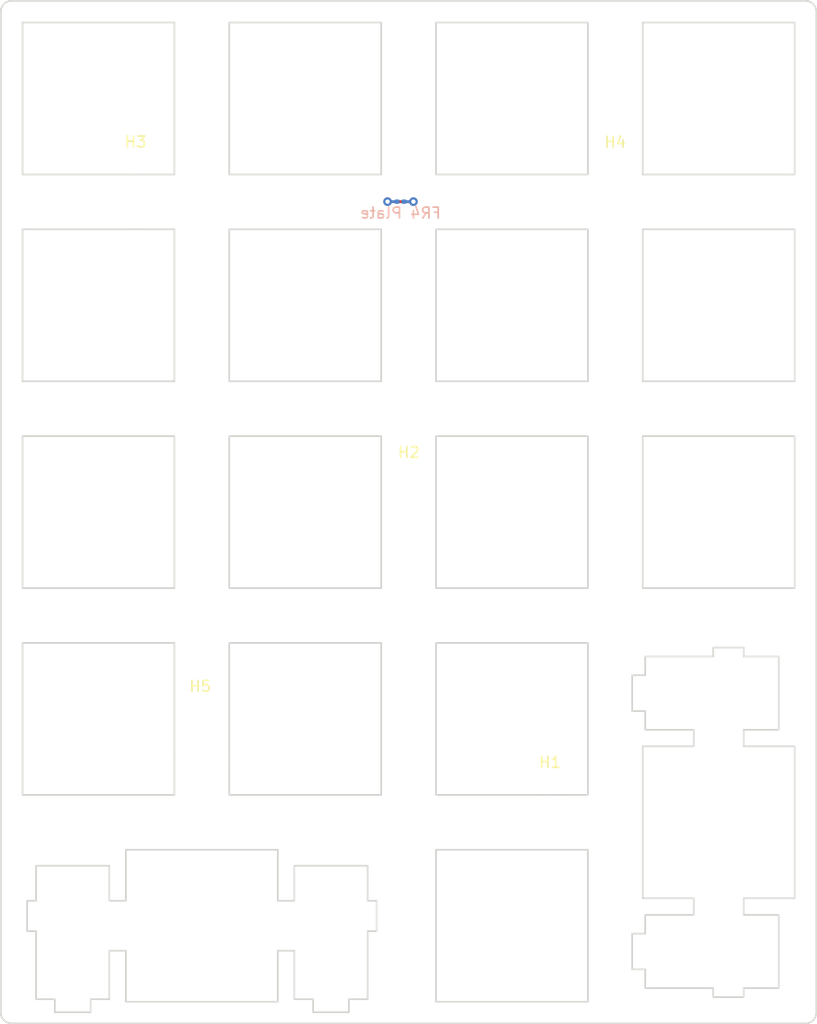
<source format=kicad_pcb>
(kicad_pcb (version 20171130) (host pcbnew "(5.1.7)-1")

  (general
    (thickness 1.6)
    (drawings 158)
    (tracks 5)
    (zones 0)
    (modules 6)
    (nets 2)
  )

  (page A4)
  (layers
    (0 F.Cu signal)
    (31 B.Cu signal)
    (32 B.Adhes user)
    (33 F.Adhes user)
    (34 B.Paste user)
    (35 F.Paste user)
    (36 B.SilkS user)
    (37 F.SilkS user)
    (38 B.Mask user)
    (39 F.Mask user)
    (40 Dwgs.User user)
    (41 Cmts.User user)
    (42 Eco1.User user)
    (43 Eco2.User user)
    (44 Edge.Cuts user)
    (45 Margin user)
    (46 B.CrtYd user)
    (47 F.CrtYd user)
    (48 B.Fab user)
    (49 F.Fab user)
  )

  (setup
    (last_trace_width 0.25)
    (trace_clearance 0.2)
    (zone_clearance 0.508)
    (zone_45_only no)
    (trace_min 0.2)
    (via_size 0.8)
    (via_drill 0.4)
    (via_min_size 0.4)
    (via_min_drill 0.3)
    (uvia_size 0.3)
    (uvia_drill 0.1)
    (uvias_allowed no)
    (uvia_min_size 0.2)
    (uvia_min_drill 0.1)
    (edge_width 0.05)
    (segment_width 0.2)
    (pcb_text_width 0.3)
    (pcb_text_size 1.5 1.5)
    (mod_edge_width 0.12)
    (mod_text_size 1 1)
    (mod_text_width 0.15)
    (pad_size 1.524 1.524)
    (pad_drill 0.762)
    (pad_to_mask_clearance 0)
    (aux_axis_origin 0 0)
    (grid_origin 100.602556 76.318716)
    (visible_elements 7FFFFFFF)
    (pcbplotparams
      (layerselection 0x010fc_ffffffff)
      (usegerberextensions false)
      (usegerberattributes false)
      (usegerberadvancedattributes false)
      (creategerberjobfile false)
      (excludeedgelayer true)
      (linewidth 0.100000)
      (plotframeref false)
      (viasonmask false)
      (mode 1)
      (useauxorigin false)
      (hpglpennumber 1)
      (hpglpenspeed 20)
      (hpglpendiameter 15.000000)
      (psnegative false)
      (psa4output false)
      (plotreference true)
      (plotvalue false)
      (plotinvisibletext false)
      (padsonsilk false)
      (subtractmaskfromsilk false)
      (outputformat 1)
      (mirror false)
      (drillshape 0)
      (scaleselection 1)
      (outputdirectory "./gerbers/"))
  )

  (net 0 "")
  (net 1 GND)

  (net_class Default "This is the default net class."
    (clearance 0.2)
    (trace_width 0.25)
    (via_dia 0.8)
    (via_drill 0.4)
    (uvia_dia 0.3)
    (uvia_drill 0.1)
    (add_net GND)
  )

  (module Resistor_SMD:R_0201_0603Metric (layer B.Cu) (tedit 5F68FEEE) (tstamp 5FCDBEAC)
    (at 125.010389 76.318716)
    (descr "Resistor SMD 0201 (0603 Metric), square (rectangular) end terminal, IPC_7351 nominal, (Body size source: https://www.vishay.com/docs/20052/crcw0201e3.pdf), generated with kicad-footprint-generator")
    (tags resistor)
    (path /5FCA9895)
    (attr smd)
    (fp_text reference "FR4 Plate" (at 0 1.05) (layer B.SilkS)
      (effects (font (size 1 1) (thickness 0.15)) (justify mirror))
    )
    (fp_text value R (at 0 -1.05) (layer B.Fab)
      (effects (font (size 1 1) (thickness 0.15)) (justify mirror))
    )
    (fp_text user %R (at 0 0.68) (layer B.Fab)
      (effects (font (size 0.25 0.25) (thickness 0.04)) (justify mirror))
    )
    (fp_line (start -0.3 -0.15) (end -0.3 0.15) (layer B.Fab) (width 0.1))
    (fp_line (start -0.3 0.15) (end 0.3 0.15) (layer B.Fab) (width 0.1))
    (fp_line (start 0.3 0.15) (end 0.3 -0.15) (layer B.Fab) (width 0.1))
    (fp_line (start 0.3 -0.15) (end -0.3 -0.15) (layer B.Fab) (width 0.1))
    (fp_line (start -0.7 -0.35) (end -0.7 0.35) (layer B.CrtYd) (width 0.05))
    (fp_line (start -0.7 0.35) (end 0.7 0.35) (layer B.CrtYd) (width 0.05))
    (fp_line (start 0.7 0.35) (end 0.7 -0.35) (layer B.CrtYd) (width 0.05))
    (fp_line (start 0.7 -0.35) (end -0.7 -0.35) (layer B.CrtYd) (width 0.05))
    (pad 2 smd roundrect (at 0.32 0) (size 0.46 0.4) (layers B.Cu B.Mask) (roundrect_rratio 0.25)
      (net 1 GND))
    (pad 1 smd roundrect (at -0.32 0) (size 0.46 0.4) (layers B.Cu B.Mask) (roundrect_rratio 0.25)
      (net 1 GND))
    (pad "" smd roundrect (at 0.345 0) (size 0.318 0.36) (layers B.Paste) (roundrect_rratio 0.25))
    (pad "" smd roundrect (at -0.345 0) (size 0.318 0.36) (layers B.Paste) (roundrect_rratio 0.25))
    (model ${KISYS3DMOD}/Resistor_SMD.3dshapes/R_0201_0603Metric.wrl
      (at (xyz 0 0 0))
      (scale (xyz 1 1 1))
      (rotate (xyz 0 0 0))
    )
  )

  (module MountingHole:MountingHole_4.5mm (layer F.Cu) (tedit 56D1B4CB) (tstamp 5FCAFA42)
    (at 106.705257 127.469516)
    (descr "Mounting Hole 4.5mm, no annular")
    (tags "mounting hole 4.5mm no annular")
    (path /5FCAC039)
    (attr virtual)
    (fp_text reference H5 (at -0.149571 -6.502325) (layer F.SilkS)
      (effects (font (size 1 1) (thickness 0.15)))
    )
    (fp_text value MountingHole (at 0 5.5) (layer F.Fab)
      (effects (font (size 1 1) (thickness 0.15)))
    )
    (fp_circle (center 0 0) (end 4.5 0) (layer Cmts.User) (width 0.15))
    (fp_circle (center 0 0) (end 4.75 0) (layer F.CrtYd) (width 0.05))
    (fp_text user %R (at 0.3 0) (layer F.Fab)
      (effects (font (size 1 1) (thickness 0.15)))
    )
    (pad 1 np_thru_hole circle (at 0 0) (size 4.5 4.5) (drill 4.5) (layers *.Cu *.Mask))
  )

  (module MountingHole:MountingHole_4.5mm (layer F.Cu) (tedit 56D1B4CB) (tstamp 5FCAFA3A)
    (at 144.805157 76.343365)
    (descr "Mounting Hole 4.5mm, no annular")
    (tags "mounting hole 4.5mm no annular")
    (path /5FCAB1BA)
    (attr virtual)
    (fp_text reference H4 (at 0 -5.5) (layer F.SilkS)
      (effects (font (size 1 1) (thickness 0.15)))
    )
    (fp_text value MountingHole (at 0 5.5) (layer F.Fab)
      (effects (font (size 1 1) (thickness 0.15)))
    )
    (fp_circle (center 0 0) (end 4.5 0) (layer Cmts.User) (width 0.15))
    (fp_circle (center 0 0) (end 4.75 0) (layer F.CrtYd) (width 0.05))
    (fp_text user %R (at 0.3 0) (layer F.Fab)
      (effects (font (size 1 1) (thickness 0.15)))
    )
    (pad 1 np_thru_hole circle (at 0 0) (size 4.5 4.5) (drill 4.5) (layers *.Cu *.Mask))
  )

  (module MountingHole:MountingHole_4.5mm (layer F.Cu) (tedit 56D1B4CB) (tstamp 5FCAFA32)
    (at 100.602556 76.318716)
    (descr "Mounting Hole 4.5mm, no annular")
    (tags "mounting hole 4.5mm no annular")
    (path /5FCABBE0)
    (attr virtual)
    (fp_text reference H3 (at 0 -5.5) (layer F.SilkS)
      (effects (font (size 1 1) (thickness 0.15)))
    )
    (fp_text value MountingHole (at 0 5.5) (layer F.Fab)
      (effects (font (size 1 1) (thickness 0.15)))
    )
    (fp_circle (center 0 0) (end 4.5 0) (layer Cmts.User) (width 0.15))
    (fp_circle (center 0 0) (end 4.75 0) (layer F.CrtYd) (width 0.05))
    (fp_text user %R (at 0.3 0) (layer F.Fab)
      (effects (font (size 1 1) (thickness 0.15)))
    )
    (pad 1 np_thru_hole circle (at 0 0) (size 4.5 4.5) (drill 4.5) (layers *.Cu *.Mask))
  )

  (module MountingHole:MountingHole_4.5mm (layer F.Cu) (tedit 56D1B4CB) (tstamp 5FCAFA2A)
    (at 125.780507 104.919066)
    (descr "Mounting Hole 4.5mm, no annular")
    (tags "mounting hole 4.5mm no annular")
    (path /5FCAC10C)
    (attr virtual)
    (fp_text reference H2 (at 0 -5.5) (layer F.SilkS)
      (effects (font (size 1 1) (thickness 0.15)))
    )
    (fp_text value MountingHole (at 0 5.5) (layer F.Fab)
      (effects (font (size 1 1) (thickness 0.15)))
    )
    (fp_circle (center 0 0) (end 4.5 0) (layer Cmts.User) (width 0.15))
    (fp_circle (center 0 0) (end 4.75 0) (layer F.CrtYd) (width 0.05))
    (fp_text user %R (at 0.3 0) (layer F.Fab)
      (effects (font (size 1 1) (thickness 0.15)))
    )
    (pad 1 np_thru_hole circle (at 0 0) (size 4.5 4.5) (drill 4.5) (layers *.Cu *.Mask))
  )

  (module MountingHole:MountingHole_4.5mm (layer F.Cu) (tedit 56D1B4CB) (tstamp 5FCAFA22)
    (at 138.779807 133.468915)
    (descr "Mounting Hole 4.5mm, no annular")
    (tags "mounting hole 4.5mm no annular")
    (path /5FCABE50)
    (attr virtual)
    (fp_text reference H1 (at 0 -5.5) (layer F.SilkS)
      (effects (font (size 1 1) (thickness 0.15)))
    )
    (fp_text value MountingHole (at 0 5.5) (layer F.Fab)
      (effects (font (size 1 1) (thickness 0.15)))
    )
    (fp_circle (center 0 0) (end 4.5 0) (layer Cmts.User) (width 0.15))
    (fp_circle (center 0 0) (end 4.75 0) (layer F.CrtYd) (width 0.05))
    (fp_text user %R (at 0.3 0) (layer F.Fab)
      (effects (font (size 1 1) (thickness 0.15)))
    )
    (pad 1 np_thru_hole circle (at 0 0) (size 4.5 4.5) (drill 4.5) (layers *.Cu *.Mask))
  )

  (gr_line (start 142.279807 130.968916) (end 128.280507 130.968916) (layer Edge.Cuts) (width 0.15))
  (gr_line (start 142.279807 116.969516) (end 142.279807 130.968916) (layer Edge.Cuts) (width 0.15))
  (gr_line (start 161.329807 73.818716) (end 147.330507 73.818716) (layer Edge.Cuts) (width 0.15))
  (gr_line (start 109.230507 116.969516) (end 123.229807 116.969516) (layer Edge.Cuts) (width 0.15))
  (gr_line (start 142.279807 136.019416) (end 142.279807 150.018876) (layer Edge.Cuts) (width 0.15))
  (gr_line (start 123.229807 73.818716) (end 109.230507 73.818716) (layer Edge.Cuts) (width 0.15))
  (gr_line (start 161.329807 92.868716) (end 147.330507 92.868716) (layer Edge.Cuts) (width 0.15))
  (gr_line (start 161.329807 78.868016) (end 161.329807 92.868716) (layer Edge.Cuts) (width 0.15))
  (gr_line (start 90.180457 97.919416) (end 104.180007 97.919416) (layer Edge.Cuts) (width 0.15))
  (gr_line (start 109.230507 111.918716) (end 109.230507 97.919416) (layer Edge.Cuts) (width 0.15))
  (gr_line (start 123.229807 78.868016) (end 123.229807 92.868716) (layer Edge.Cuts) (width 0.15))
  (gr_line (start 147.330507 111.918716) (end 147.330507 97.919416) (layer Edge.Cuts) (width 0.15))
  (gr_line (start 90.180457 73.818716) (end 90.180457 59.819416) (layer Edge.Cuts) (width 0.15))
  (gr_line (start 123.229807 59.819416) (end 123.229807 73.818716) (layer Edge.Cuts) (width 0.15))
  (gr_line (start 147.330507 73.818716) (end 147.330507 59.819416) (layer Edge.Cuts) (width 0.15))
  (gr_line (start 109.230507 73.818716) (end 109.230507 59.819416) (layer Edge.Cuts) (width 0.15))
  (gr_line (start 104.180007 97.919416) (end 104.180007 111.918716) (layer Edge.Cuts) (width 0.15))
  (gr_line (start 142.279807 111.918716) (end 128.280507 111.918716) (layer Edge.Cuts) (width 0.15))
  (gr_line (start 142.279807 73.818716) (end 128.280507 73.818716) (layer Edge.Cuts) (width 0.15))
  (gr_line (start 90.180457 78.868016) (end 104.180007 78.868016) (layer Edge.Cuts) (width 0.15))
  (gr_line (start 142.279807 92.868716) (end 128.280507 92.868716) (layer Edge.Cuts) (width 0.15))
  (gr_line (start 128.280507 92.868716) (end 128.280507 78.868016) (layer Edge.Cuts) (width 0.15))
  (gr_line (start 147.330507 97.919416) (end 161.329807 97.919416) (layer Edge.Cuts) (width 0.15))
  (gr_line (start 142.279807 97.919416) (end 142.279807 111.918716) (layer Edge.Cuts) (width 0.15))
  (gr_line (start 128.280507 73.818716) (end 128.280507 59.819416) (layer Edge.Cuts) (width 0.15))
  (gr_line (start 147.330507 78.868016) (end 161.329807 78.868016) (layer Edge.Cuts) (width 0.15))
  (gr_line (start 109.230507 92.868716) (end 109.230507 78.868016) (layer Edge.Cuts) (width 0.15))
  (gr_line (start 147.330507 92.868716) (end 147.330507 78.868016) (layer Edge.Cuts) (width 0.15))
  (gr_line (start 128.280507 111.918716) (end 128.280507 97.919416) (layer Edge.Cuts) (width 0.15))
  (gr_line (start 142.279807 59.819416) (end 142.279807 73.818716) (layer Edge.Cuts) (width 0.15))
  (gr_line (start 90.180457 130.968916) (end 90.180457 116.969516) (layer Edge.Cuts) (width 0.15))
  (gr_line (start 147.330507 59.819416) (end 161.329807 59.819416) (layer Edge.Cuts) (width 0.15))
  (gr_line (start 109.230507 78.868016) (end 123.229807 78.868016) (layer Edge.Cuts) (width 0.15))
  (gr_line (start 128.280507 59.819416) (end 142.279807 59.819416) (layer Edge.Cuts) (width 0.15))
  (gr_line (start 104.180007 92.868716) (end 90.180457 92.868716) (layer Edge.Cuts) (width 0.15))
  (gr_line (start 123.229807 111.918716) (end 109.230507 111.918716) (layer Edge.Cuts) (width 0.15))
  (gr_line (start 104.180007 130.968916) (end 90.180457 130.968916) (layer Edge.Cuts) (width 0.15))
  (gr_line (start 128.280507 78.868016) (end 142.279807 78.868016) (layer Edge.Cuts) (width 0.15))
  (gr_line (start 104.180007 111.918716) (end 90.180457 111.918716) (layer Edge.Cuts) (width 0.15))
  (gr_line (start 161.329807 97.919416) (end 161.329807 111.918716) (layer Edge.Cuts) (width 0.15))
  (gr_line (start 90.180457 111.918716) (end 90.180457 97.919416) (layer Edge.Cuts) (width 0.15))
  (gr_line (start 123.229807 97.919416) (end 123.229807 111.918716) (layer Edge.Cuts) (width 0.15))
  (gr_line (start 128.280507 97.919416) (end 142.279807 97.919416) (layer Edge.Cuts) (width 0.15))
  (gr_line (start 104.180007 73.818716) (end 90.180457 73.818716) (layer Edge.Cuts) (width 0.15))
  (gr_line (start 104.180007 78.868016) (end 104.180007 92.868716) (layer Edge.Cuts) (width 0.15))
  (gr_line (start 90.180457 59.819416) (end 104.180007 59.819416) (layer Edge.Cuts) (width 0.15))
  (gr_line (start 109.230507 97.919416) (end 123.229807 97.919416) (layer Edge.Cuts) (width 0.15))
  (gr_line (start 161.329807 111.918716) (end 147.330507 111.918716) (layer Edge.Cuts) (width 0.15))
  (gr_line (start 90.180457 92.868716) (end 90.180457 78.868016) (layer Edge.Cuts) (width 0.15))
  (gr_line (start 123.229807 92.868716) (end 109.230507 92.868716) (layer Edge.Cuts) (width 0.15))
  (gr_line (start 142.279807 78.868016) (end 142.279807 92.868716) (layer Edge.Cuts) (width 0.15))
  (gr_line (start 109.230507 59.819416) (end 123.229807 59.819416) (layer Edge.Cuts) (width 0.15))
  (gr_line (start 156.630807 118.219216) (end 156.630807 117.393816) (layer Edge.Cuts) (width 0.15))
  (gr_line (start 123.229807 116.969516) (end 123.229807 130.968916) (layer Edge.Cuts) (width 0.15))
  (gr_line (start 147.330507 126.494416) (end 147.330507 140.493916) (layer Edge.Cuts) (width 0.15))
  (gr_line (start 153.830807 118.219216) (end 147.560507 118.219216) (layer Edge.Cuts) (width 0.15))
  (gr_line (start 147.560507 123.243616) (end 147.560507 124.968916) (layer Edge.Cuts) (width 0.15))
  (gr_line (start 122.805507 140.719916) (end 121.980107 140.719916) (layer Edge.Cuts) (width 0.15))
  (gr_line (start 121.980107 140.719916) (end 121.980107 137.489716) (layer Edge.Cuts) (width 0.15))
  (gr_line (start 128.280507 130.968916) (end 128.280507 116.969516) (layer Edge.Cuts) (width 0.15))
  (gr_line (start 153.830807 148.768996) (end 153.830807 149.594446) (layer Edge.Cuts) (width 0.15))
  (gr_line (start 113.704907 136.019416) (end 99.705507 136.019416) (layer Edge.Cuts) (width 0.15))
  (gr_line (start 147.560507 124.968916) (end 152.030907 124.968916) (layer Edge.Cuts) (width 0.15))
  (gr_line (start 159.860807 124.968916) (end 159.860807 118.219216) (layer Edge.Cuts) (width 0.15))
  (gr_line (start 156.630807 124.968916) (end 159.860807 124.968916) (layer Edge.Cuts) (width 0.15))
  (gr_line (start 147.560507 147.043706) (end 147.560507 148.768996) (layer Edge.Cuts) (width 0.15))
  (gr_line (start 116.955707 149.788746) (end 116.955707 150.989016) (layer Edge.Cuts) (width 0.15))
  (gr_line (start 161.329807 140.493916) (end 161.329807 126.494416) (layer Edge.Cuts) (width 0.15))
  (gr_line (start 156.630807 117.393816) (end 153.830807 117.393816) (layer Edge.Cuts) (width 0.15))
  (gr_line (start 159.860807 118.219216) (end 156.630807 118.219216) (layer Edge.Cuts) (width 0.15))
  (gr_line (start 116.955707 150.989016) (end 120.254807 150.989016) (layer Edge.Cuts) (width 0.15))
  (gr_line (start 159.860807 142.019416) (end 156.630807 142.019416) (layer Edge.Cuts) (width 0.15))
  (gr_line (start 156.630807 126.494416) (end 156.630807 124.968916) (layer Edge.Cuts) (width 0.15))
  (gr_line (start 113.704907 140.719916) (end 113.704907 136.019416) (layer Edge.Cuts) (width 0.15))
  (gr_line (start 156.630807 140.493916) (end 161.329807 140.493916) (layer Edge.Cuts) (width 0.15))
  (gr_line (start 152.030907 126.494416) (end 147.330507 126.494416) (layer Edge.Cuts) (width 0.15))
  (gr_line (start 159.860807 148.768996) (end 159.860807 142.019416) (layer Edge.Cuts) (width 0.15))
  (gr_line (start 147.330507 140.493916) (end 152.030907 140.493916) (layer Edge.Cuts) (width 0.15))
  (gr_line (start 153.830807 117.393816) (end 153.830807 118.219216) (layer Edge.Cuts) (width 0.15))
  (gr_line (start 128.280507 150.018876) (end 128.280507 136.019416) (layer Edge.Cuts) (width 0.15))
  (gr_line (start 121.980107 143.518676) (end 122.805507 143.518676) (layer Edge.Cuts) (width 0.15))
  (gr_line (start 156.630807 148.768996) (end 159.860807 148.768996) (layer Edge.Cuts) (width 0.15))
  (gr_line (start 146.360407 147.043706) (end 147.560507 147.043706) (layer Edge.Cuts) (width 0.15))
  (gr_line (start 147.560507 143.744666) (end 146.360407 143.744666) (layer Edge.Cuts) (width 0.15))
  (gr_line (start 146.360407 119.944616) (end 146.360407 123.243616) (layer Edge.Cuts) (width 0.15))
  (gr_line (start 147.560507 148.768996) (end 153.830807 148.768996) (layer Edge.Cuts) (width 0.15))
  (gr_line (start 152.030907 124.968916) (end 152.030907 126.494416) (layer Edge.Cuts) (width 0.15))
  (gr_line (start 147.560507 119.944616) (end 146.360407 119.944616) (layer Edge.Cuts) (width 0.15))
  (gr_line (start 122.805507 143.518676) (end 122.805507 140.719916) (layer Edge.Cuts) (width 0.15))
  (gr_line (start 128.280507 136.019416) (end 142.279807 136.019416) (layer Edge.Cuts) (width 0.15))
  (gr_line (start 115.230407 140.719916) (end 113.704907 140.719916) (layer Edge.Cuts) (width 0.15))
  (gr_line (start 120.254807 149.788746) (end 121.980107 149.788746) (layer Edge.Cuts) (width 0.15))
  (gr_line (start 120.254807 150.989016) (end 120.254807 149.788746) (layer Edge.Cuts) (width 0.15))
  (gr_line (start 161.329807 126.494416) (end 156.630807 126.494416) (layer Edge.Cuts) (width 0.15))
  (gr_line (start 153.830807 149.594446) (end 156.630807 149.594446) (layer Edge.Cuts) (width 0.15))
  (gr_line (start 146.360407 123.243616) (end 147.560507 123.243616) (layer Edge.Cuts) (width 0.15))
  (gr_line (start 128.280507 116.969516) (end 142.279807 116.969516) (layer Edge.Cuts) (width 0.15))
  (gr_line (start 121.980107 137.489716) (end 115.230407 137.489716) (layer Edge.Cuts) (width 0.15))
  (gr_line (start 121.980107 149.788746) (end 121.980107 143.518676) (layer Edge.Cuts) (width 0.15))
  (gr_line (start 152.030907 140.493916) (end 152.030907 142.019416) (layer Edge.Cuts) (width 0.15))
  (gr_line (start 147.560507 118.219216) (end 147.560507 119.944616) (layer Edge.Cuts) (width 0.15))
  (gr_line (start 115.230407 137.489716) (end 115.230407 140.719916) (layer Edge.Cuts) (width 0.15))
  (gr_line (start 156.630807 149.594446) (end 156.630807 148.768996) (layer Edge.Cuts) (width 0.15))
  (gr_line (start 156.630807 142.019416) (end 156.630807 140.493916) (layer Edge.Cuts) (width 0.15))
  (gr_line (start 146.360407 143.744666) (end 146.360407 147.043706) (layer Edge.Cuts) (width 0.15))
  (gr_line (start 104.180007 116.969516) (end 104.180007 130.968916) (layer Edge.Cuts) (width 0.15))
  (gr_line (start 90.180457 116.969516) (end 104.180007 116.969516) (layer Edge.Cuts) (width 0.15))
  (gr_line (start 109.230507 130.968916) (end 109.230507 116.969516) (layer Edge.Cuts) (width 0.15))
  (gr_line (start 147.560507 142.019416) (end 147.560507 143.744666) (layer Edge.Cuts) (width 0.15))
  (gr_line (start 152.030907 142.019416) (end 147.560507 142.019416) (layer Edge.Cuts) (width 0.15))
  (gr_line (start 123.229807 130.968916) (end 109.230507 130.968916) (layer Edge.Cuts) (width 0.15))
  (gr_line (start 93.155647 149.788746) (end 93.155647 150.989016) (layer Edge.Cuts) (width 0.15))
  (gr_line (start 99.705507 145.318406) (end 99.705507 150.018876) (layer Edge.Cuts) (width 0.15))
  (gr_line (start 91.430357 143.518676) (end 91.430357 149.788746) (layer Edge.Cuts) (width 0.15))
  (gr_line (start 90.604897 143.518676) (end 91.430357 143.518676) (layer Edge.Cuts) (width 0.15))
  (gr_line (start 115.230407 149.788746) (end 116.955707 149.788746) (layer Edge.Cuts) (width 0.15))
  (gr_line (start 115.230407 145.318406) (end 115.230407 149.788746) (layer Edge.Cuts) (width 0.15))
  (gr_line (start 113.704907 145.318406) (end 115.230407 145.318406) (layer Edge.Cuts) (width 0.15))
  (gr_line (start 113.704907 150.018876) (end 113.704907 145.318406) (layer Edge.Cuts) (width 0.15))
  (gr_line (start 96.454657 149.788746) (end 98.180007 149.788746) (layer Edge.Cuts) (width 0.15))
  (gr_line (start 99.705507 140.719916) (end 98.180007 140.719916) (layer Edge.Cuts) (width 0.15))
  (gr_line (start 99.705507 150.018876) (end 113.704907 150.018876) (layer Edge.Cuts) (width 0.15))
  (gr_line (start 91.430357 137.489716) (end 91.430357 140.719916) (layer Edge.Cuts) (width 0.15))
  (gr_line (start 98.180007 149.788746) (end 98.180007 145.318406) (layer Edge.Cuts) (width 0.15))
  (gr_line (start 98.180007 145.318406) (end 99.705507 145.318406) (layer Edge.Cuts) (width 0.15))
  (gr_line (start 96.454657 150.989016) (end 96.454657 149.788746) (layer Edge.Cuts) (width 0.15))
  (gr_line (start 91.430357 149.788746) (end 93.155647 149.788746) (layer Edge.Cuts) (width 0.15))
  (gr_line (start 93.155647 150.989016) (end 96.454657 150.989016) (layer Edge.Cuts) (width 0.15))
  (gr_line (start 90.604897 140.719916) (end 90.604897 143.518676) (layer Edge.Cuts) (width 0.15))
  (gr_line (start 91.430357 140.719916) (end 90.604897 140.719916) (layer Edge.Cuts) (width 0.15))
  (gr_line (start 99.705507 136.019416) (end 99.705507 140.719916) (layer Edge.Cuts) (width 0.15))
  (gr_line (start 98.180007 137.489716) (end 91.430357 137.489716) (layer Edge.Cuts) (width 0.15))
  (gr_line (start 98.180007 140.719916) (end 98.180007 137.489716) (layer Edge.Cuts) (width 0.15))
  (gr_arc (start 162.330032 58.819065) (end 163.330032 58.819065) (angle -90) (layer Edge.Cuts) (width 0.15))
  (gr_line (start 88.180232 151.019226) (end 88.180232 152.019226) (layer F.Fab) (width 0.15))
  (gr_line (start 161.329807 73.818716) (end 161.329807 59.819416) (layer Edge.Cuts) (width 0.15))
  (gr_arc (start 89.180232 151.019226) (end 88.180232 151.019226) (angle -90) (layer Edge.Cuts) (width 0.15))
  (gr_arc (start 162.330032 151.019226) (end 162.330032 152.019226) (angle -90) (layer Edge.Cuts) (width 0.15))
  (gr_line (start 88.180232 66.819065) (end 88.180232 58.819065) (layer Edge.Cuts) (width 0.15))
  (gr_circle (center 144.805157 76.343365) (end 147.305157 76.343365) (layer F.Fab) (width 0.15))
  (gr_line (start 89.180232 57.819065) (end 162.330032 57.819065) (layer Edge.Cuts) (width 0.15))
  (gr_circle (center 106.705257 127.469516) (end 107.805257 127.469516) (layer F.Fab) (width 0.15))
  (gr_line (start 104.180007 73.818716) (end 104.180007 59.819416) (layer Edge.Cuts) (width 0.15))
  (gr_circle (center 138.779807 133.468915) (end 141.279807 133.468915) (layer F.Fab) (width 0.15))
  (gr_circle (center 100.602556 76.318716) (end 101.702556 76.318716) (layer F.Fab) (width 0.15))
  (gr_line (start 88.180232 151.019226) (end 88.180232 66.819065) (layer Edge.Cuts) (width 0.15))
  (gr_arc (start 89.180232 58.819065) (end 89.180232 57.819065) (angle -90) (layer Edge.Cuts) (width 0.15))
  (gr_circle (center 125.780507 104.919066) (end 126.880507 104.919066) (layer F.Fab) (width 0.15))
  (gr_circle (center 138.779807 133.468915) (end 139.879807 133.468915) (layer F.Fab) (width 0.15))
  (gr_circle (center 106.705257 127.469516) (end 109.205257 127.469516) (layer F.Fab) (width 0.15))
  (gr_line (start 88.180232 152.019226) (end 89.180232 152.019226) (layer F.Fab) (width 0.15))
  (gr_circle (center 144.805157 76.343365) (end 145.905157 76.343365) (layer F.Fab) (width 0.15))
  (gr_line (start 135.280032 152.019226) (end 162.330032 152.019226) (layer Edge.Cuts) (width 0.15))
  (gr_line (start 135.280032 152.019226) (end 89.180232 152.019226) (layer Edge.Cuts) (width 0.15))
  (gr_line (start 163.330032 151.019226) (end 163.330032 58.819065) (layer Edge.Cuts) (width 0.15))
  (gr_circle (center 100.680007 76.317515) (end 103.180007 76.317515) (layer F.Fab) (width 0.15))
  (gr_circle (center 125.780507 104.919066) (end 128.280507 104.919066) (layer F.Fab) (width 0.15))
  (gr_line (start 142.279807 150.018876) (end 128.280507 150.018876) (layer Edge.Cuts) (width 0.15))

  (via (at 123.819763 76.318716) (size 0.8) (drill 0.4) (layers F.Cu B.Cu) (net 1))
  (segment (start 124.690389 76.318716) (end 123.819763 76.318716) (width 0.25) (layer B.Cu) (net 1))
  (via (at 126.201015 76.318716) (size 0.8) (drill 0.4) (layers F.Cu B.Cu) (net 1))
  (segment (start 123.819763 76.318716) (end 126.201015 76.318716) (width 0.25) (layer F.Cu) (net 1))
  (segment (start 126.201015 76.318716) (end 125.330389 76.318716) (width 0.25) (layer B.Cu) (net 1))

)

</source>
